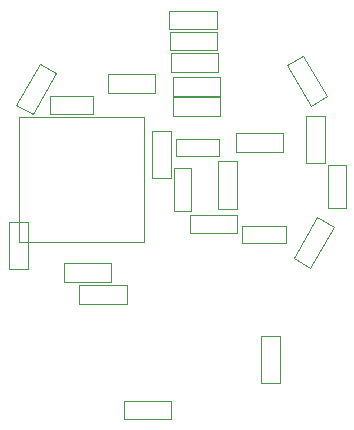
<source format=gbr>
G04 #@! TF.FileFunction,Other,User*
%FSLAX46Y46*%
G04 Gerber Fmt 4.6, Leading zero omitted, Abs format (unit mm)*
G04 Created by KiCad (PCBNEW 4.0.4+dfsg1-stable) date Fri Dec 23 11:26:22 2016*
%MOMM*%
%LPD*%
G01*
G04 APERTURE LIST*
%ADD10C,0.100000*%
%ADD11C,0.050000*%
G04 APERTURE END LIST*
D10*
D11*
X-1625500Y4476500D02*
X-1625500Y476500D01*
X-25500Y4476500D02*
X-25500Y476500D01*
X-1625500Y4476500D02*
X-25500Y4476500D01*
X-1625500Y476500D02*
X-25500Y476500D01*
X-12920000Y5617500D02*
X-2320000Y5617500D01*
X-12920000Y-4982500D02*
X-2320000Y-4982500D01*
X-12920000Y5617500D02*
X-12920000Y-4982500D01*
X-2320000Y5617500D02*
X-2320000Y-4982500D01*
X13283500Y1596000D02*
X13283500Y-2104000D01*
X14783500Y1596000D02*
X14783500Y-2104000D01*
X13283500Y1596000D02*
X14783500Y1596000D01*
X13283500Y-2104000D02*
X14783500Y-2104000D01*
X4072500Y3798000D02*
X372500Y3798000D01*
X4072500Y2298000D02*
X372500Y2298000D01*
X4072500Y3798000D02*
X4072500Y2298000D01*
X372500Y3798000D02*
X372500Y2298000D01*
X6024000Y-5068000D02*
X9724000Y-5068000D01*
X6024000Y-3568000D02*
X9724000Y-3568000D01*
X6024000Y-5068000D02*
X6024000Y-3568000D01*
X9724000Y-5068000D02*
X9724000Y-3568000D01*
X5493000Y2692500D02*
X9493000Y2692500D01*
X5493000Y4292500D02*
X9493000Y4292500D01*
X5493000Y2692500D02*
X5493000Y4292500D01*
X9493000Y2692500D02*
X9493000Y4292500D01*
X-6595500Y7417500D02*
X-10295500Y7417500D01*
X-6595500Y5917500D02*
X-10295500Y5917500D01*
X-6595500Y7417500D02*
X-6595500Y5917500D01*
X-10295500Y7417500D02*
X-10295500Y5917500D01*
X4159000Y8991500D02*
X159000Y8991500D01*
X4159000Y7391500D02*
X159000Y7391500D01*
X4159000Y8991500D02*
X4159000Y7391500D01*
X159000Y8991500D02*
X159000Y7391500D01*
X159000Y5740500D02*
X4159000Y5740500D01*
X159000Y7340500D02*
X4159000Y7340500D01*
X159000Y5740500D02*
X159000Y7340500D01*
X4159000Y5740500D02*
X4159000Y7340500D01*
X3905000Y12865000D02*
X-95000Y12865000D01*
X3905000Y11265000D02*
X-95000Y11265000D01*
X3905000Y12865000D02*
X3905000Y11265000D01*
X-95000Y12865000D02*
X-95000Y11265000D01*
X11392000Y5746500D02*
X11392000Y1746500D01*
X12992000Y5746500D02*
X12992000Y1746500D01*
X11392000Y5746500D02*
X12992000Y5746500D01*
X11392000Y1746500D02*
X12992000Y1746500D01*
X3841500Y14643000D02*
X-158500Y14643000D01*
X3841500Y13043000D02*
X-158500Y13043000D01*
X3841500Y14643000D02*
X3841500Y13043000D01*
X-158500Y14643000D02*
X-158500Y13043000D01*
X1556000Y-4229000D02*
X5556000Y-4229000D01*
X1556000Y-2629000D02*
X5556000Y-2629000D01*
X1556000Y-4229000D02*
X1556000Y-2629000D01*
X5556000Y-4229000D02*
X5556000Y-2629000D01*
X-11122820Y10133051D02*
X-13122820Y6668949D01*
X-9737180Y9333051D02*
X-11737180Y5868949D01*
X-11122820Y10133051D02*
X-9737180Y9333051D01*
X-13122820Y6668949D02*
X-11737180Y5868949D01*
X-13754000Y-3270500D02*
X-13754000Y-7270500D01*
X-12154000Y-3270500D02*
X-12154000Y-7270500D01*
X-13754000Y-3270500D02*
X-12154000Y-3270500D01*
X-13754000Y-7270500D02*
X-12154000Y-7270500D01*
X-5112000Y-6756500D02*
X-9112000Y-6756500D01*
X-5112000Y-8356500D02*
X-9112000Y-8356500D01*
X-5112000Y-6756500D02*
X-5112000Y-8356500D01*
X-9112000Y-6756500D02*
X-9112000Y-8356500D01*
X-4032000Y-19977000D02*
X-32000Y-19977000D01*
X-4032000Y-18377000D02*
X-32000Y-18377000D01*
X-4032000Y-19977000D02*
X-4032000Y-18377000D01*
X-32000Y-19977000D02*
X-32000Y-18377000D01*
X5562500Y-2127000D02*
X5562500Y1873000D01*
X3962500Y-2127000D02*
X3962500Y1873000D01*
X5562500Y-2127000D02*
X3962500Y-2127000D01*
X5562500Y1873000D02*
X3962500Y1873000D01*
X-7778500Y-10198000D02*
X-3778500Y-10198000D01*
X-7778500Y-8598000D02*
X-3778500Y-8598000D01*
X-7778500Y-10198000D02*
X-7778500Y-8598000D01*
X-3778500Y-10198000D02*
X-3778500Y-8598000D01*
X12384880Y-2871749D02*
X10384880Y-6335851D01*
X13770520Y-3671749D02*
X11770520Y-7135851D01*
X12384880Y-2871749D02*
X13770520Y-3671749D01*
X10384880Y-6335851D02*
X11770520Y-7135851D01*
X9800680Y10031551D02*
X11800680Y6567449D01*
X11186320Y10831551D02*
X13186320Y7367449D01*
X9800680Y10031551D02*
X11186320Y10831551D01*
X11800680Y6567449D02*
X13186320Y7367449D01*
X9245500Y-16922500D02*
X9245500Y-12922500D01*
X7645500Y-16922500D02*
X7645500Y-12922500D01*
X9245500Y-16922500D02*
X7645500Y-16922500D01*
X9245500Y-12922500D02*
X7645500Y-12922500D01*
X-5365500Y7645500D02*
X-1365500Y7645500D01*
X-5365500Y9245500D02*
X-1365500Y9245500D01*
X-5365500Y7645500D02*
X-5365500Y9245500D01*
X-1365500Y7645500D02*
X-1365500Y9245500D01*
X1702500Y-2358000D02*
X1702500Y1342000D01*
X202500Y-2358000D02*
X202500Y1342000D01*
X1702500Y-2358000D02*
X202500Y-2358000D01*
X1702500Y1342000D02*
X202500Y1342000D01*
X3968500Y11023500D02*
X-31500Y11023500D01*
X3968500Y9423500D02*
X-31500Y9423500D01*
X3968500Y11023500D02*
X3968500Y9423500D01*
X-31500Y11023500D02*
X-31500Y9423500D01*
M02*

</source>
